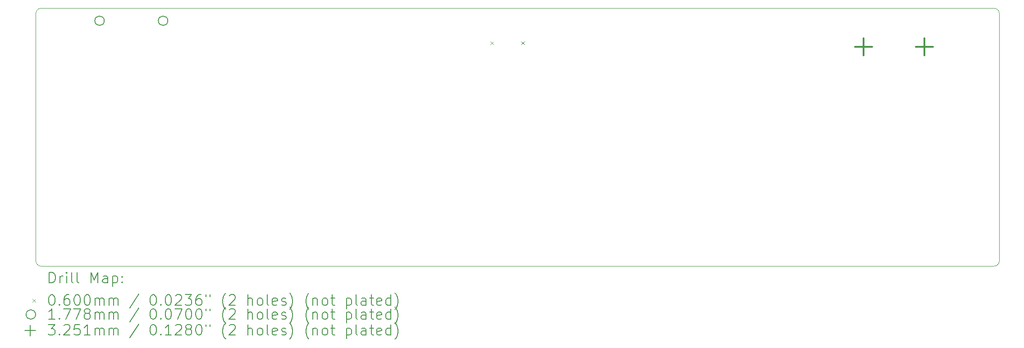
<source format=gbr>
%TF.GenerationSoftware,KiCad,Pcbnew,6.0.7-1.fc36*%
%TF.CreationDate,2023-03-25T15:58:43+11:00*%
%TF.ProjectId,MOOD-Motherboard-r0.1.1,4d4f4f44-2d4d-46f7-9468-6572626f6172,rev?*%
%TF.SameCoordinates,Original*%
%TF.FileFunction,Drillmap*%
%TF.FilePolarity,Positive*%
%FSLAX45Y45*%
G04 Gerber Fmt 4.5, Leading zero omitted, Abs format (unit mm)*
G04 Created by KiCad (PCBNEW 6.0.7-1.fc36) date 2023-03-25 15:58:43*
%MOMM*%
%LPD*%
G01*
G04 APERTURE LIST*
%ADD10C,0.100000*%
%ADD11C,0.200000*%
%ADD12C,0.060000*%
%ADD13C,0.177800*%
%ADD14C,0.325120*%
G04 APERTURE END LIST*
D10*
X8200000Y-2600000D02*
G75*
G03*
X8100000Y-2700000I0J-100000D01*
G01*
X8100000Y-7350000D02*
G75*
G03*
X8200000Y-7450000I100000J0D01*
G01*
X26100000Y-2600000D02*
X8200000Y-2600000D01*
X8200000Y-7450000D02*
X26100000Y-7450000D01*
X26200000Y-2700000D02*
G75*
G03*
X26100000Y-2600000I-100000J0D01*
G01*
X26200000Y-7350000D02*
X26200000Y-2700000D01*
X26100000Y-7450000D02*
G75*
G03*
X26200000Y-7350000I0J100000D01*
G01*
X8100000Y-2700000D02*
X8100000Y-7350000D01*
D11*
D12*
X16640500Y-3223440D02*
X16700500Y-3283440D01*
X16700500Y-3223440D02*
X16640500Y-3283440D01*
X17218500Y-3223440D02*
X17278500Y-3283440D01*
X17278500Y-3223440D02*
X17218500Y-3283440D01*
D13*
X9385700Y-2834800D02*
G75*
G03*
X9385700Y-2834800I-88900J0D01*
G01*
X10579500Y-2834800D02*
G75*
G03*
X10579500Y-2834800I-88900J0D01*
G01*
D14*
X23650000Y-3162440D02*
X23650000Y-3487560D01*
X23487440Y-3325000D02*
X23812560Y-3325000D01*
X24793000Y-3162440D02*
X24793000Y-3487560D01*
X24630440Y-3325000D02*
X24955560Y-3325000D01*
D11*
X8352619Y-7765476D02*
X8352619Y-7565476D01*
X8400238Y-7565476D01*
X8428810Y-7575000D01*
X8447857Y-7594048D01*
X8457381Y-7613095D01*
X8466905Y-7651190D01*
X8466905Y-7679762D01*
X8457381Y-7717857D01*
X8447857Y-7736905D01*
X8428810Y-7755952D01*
X8400238Y-7765476D01*
X8352619Y-7765476D01*
X8552619Y-7765476D02*
X8552619Y-7632143D01*
X8552619Y-7670238D02*
X8562143Y-7651190D01*
X8571667Y-7641667D01*
X8590714Y-7632143D01*
X8609762Y-7632143D01*
X8676429Y-7765476D02*
X8676429Y-7632143D01*
X8676429Y-7565476D02*
X8666905Y-7575000D01*
X8676429Y-7584524D01*
X8685952Y-7575000D01*
X8676429Y-7565476D01*
X8676429Y-7584524D01*
X8800238Y-7765476D02*
X8781190Y-7755952D01*
X8771667Y-7736905D01*
X8771667Y-7565476D01*
X8905000Y-7765476D02*
X8885952Y-7755952D01*
X8876429Y-7736905D01*
X8876429Y-7565476D01*
X9133571Y-7765476D02*
X9133571Y-7565476D01*
X9200238Y-7708333D01*
X9266905Y-7565476D01*
X9266905Y-7765476D01*
X9447857Y-7765476D02*
X9447857Y-7660714D01*
X9438333Y-7641667D01*
X9419286Y-7632143D01*
X9381190Y-7632143D01*
X9362143Y-7641667D01*
X9447857Y-7755952D02*
X9428810Y-7765476D01*
X9381190Y-7765476D01*
X9362143Y-7755952D01*
X9352619Y-7736905D01*
X9352619Y-7717857D01*
X9362143Y-7698809D01*
X9381190Y-7689286D01*
X9428810Y-7689286D01*
X9447857Y-7679762D01*
X9543095Y-7632143D02*
X9543095Y-7832143D01*
X9543095Y-7641667D02*
X9562143Y-7632143D01*
X9600238Y-7632143D01*
X9619286Y-7641667D01*
X9628810Y-7651190D01*
X9638333Y-7670238D01*
X9638333Y-7727381D01*
X9628810Y-7746428D01*
X9619286Y-7755952D01*
X9600238Y-7765476D01*
X9562143Y-7765476D01*
X9543095Y-7755952D01*
X9724048Y-7746428D02*
X9733571Y-7755952D01*
X9724048Y-7765476D01*
X9714524Y-7755952D01*
X9724048Y-7746428D01*
X9724048Y-7765476D01*
X9724048Y-7641667D02*
X9733571Y-7651190D01*
X9724048Y-7660714D01*
X9714524Y-7651190D01*
X9724048Y-7641667D01*
X9724048Y-7660714D01*
D12*
X8035000Y-8065000D02*
X8095000Y-8125000D01*
X8095000Y-8065000D02*
X8035000Y-8125000D01*
D11*
X8390714Y-7985476D02*
X8409762Y-7985476D01*
X8428810Y-7995000D01*
X8438333Y-8004524D01*
X8447857Y-8023571D01*
X8457381Y-8061667D01*
X8457381Y-8109286D01*
X8447857Y-8147381D01*
X8438333Y-8166428D01*
X8428810Y-8175952D01*
X8409762Y-8185476D01*
X8390714Y-8185476D01*
X8371667Y-8175952D01*
X8362143Y-8166428D01*
X8352619Y-8147381D01*
X8343095Y-8109286D01*
X8343095Y-8061667D01*
X8352619Y-8023571D01*
X8362143Y-8004524D01*
X8371667Y-7995000D01*
X8390714Y-7985476D01*
X8543095Y-8166428D02*
X8552619Y-8175952D01*
X8543095Y-8185476D01*
X8533571Y-8175952D01*
X8543095Y-8166428D01*
X8543095Y-8185476D01*
X8724048Y-7985476D02*
X8685952Y-7985476D01*
X8666905Y-7995000D01*
X8657381Y-8004524D01*
X8638333Y-8033095D01*
X8628810Y-8071190D01*
X8628810Y-8147381D01*
X8638333Y-8166428D01*
X8647857Y-8175952D01*
X8666905Y-8185476D01*
X8705000Y-8185476D01*
X8724048Y-8175952D01*
X8733571Y-8166428D01*
X8743095Y-8147381D01*
X8743095Y-8099762D01*
X8733571Y-8080714D01*
X8724048Y-8071190D01*
X8705000Y-8061667D01*
X8666905Y-8061667D01*
X8647857Y-8071190D01*
X8638333Y-8080714D01*
X8628810Y-8099762D01*
X8866905Y-7985476D02*
X8885952Y-7985476D01*
X8905000Y-7995000D01*
X8914524Y-8004524D01*
X8924048Y-8023571D01*
X8933571Y-8061667D01*
X8933571Y-8109286D01*
X8924048Y-8147381D01*
X8914524Y-8166428D01*
X8905000Y-8175952D01*
X8885952Y-8185476D01*
X8866905Y-8185476D01*
X8847857Y-8175952D01*
X8838333Y-8166428D01*
X8828810Y-8147381D01*
X8819286Y-8109286D01*
X8819286Y-8061667D01*
X8828810Y-8023571D01*
X8838333Y-8004524D01*
X8847857Y-7995000D01*
X8866905Y-7985476D01*
X9057381Y-7985476D02*
X9076429Y-7985476D01*
X9095476Y-7995000D01*
X9105000Y-8004524D01*
X9114524Y-8023571D01*
X9124048Y-8061667D01*
X9124048Y-8109286D01*
X9114524Y-8147381D01*
X9105000Y-8166428D01*
X9095476Y-8175952D01*
X9076429Y-8185476D01*
X9057381Y-8185476D01*
X9038333Y-8175952D01*
X9028810Y-8166428D01*
X9019286Y-8147381D01*
X9009762Y-8109286D01*
X9009762Y-8061667D01*
X9019286Y-8023571D01*
X9028810Y-8004524D01*
X9038333Y-7995000D01*
X9057381Y-7985476D01*
X9209762Y-8185476D02*
X9209762Y-8052143D01*
X9209762Y-8071190D02*
X9219286Y-8061667D01*
X9238333Y-8052143D01*
X9266905Y-8052143D01*
X9285952Y-8061667D01*
X9295476Y-8080714D01*
X9295476Y-8185476D01*
X9295476Y-8080714D02*
X9305000Y-8061667D01*
X9324048Y-8052143D01*
X9352619Y-8052143D01*
X9371667Y-8061667D01*
X9381190Y-8080714D01*
X9381190Y-8185476D01*
X9476429Y-8185476D02*
X9476429Y-8052143D01*
X9476429Y-8071190D02*
X9485952Y-8061667D01*
X9505000Y-8052143D01*
X9533571Y-8052143D01*
X9552619Y-8061667D01*
X9562143Y-8080714D01*
X9562143Y-8185476D01*
X9562143Y-8080714D02*
X9571667Y-8061667D01*
X9590714Y-8052143D01*
X9619286Y-8052143D01*
X9638333Y-8061667D01*
X9647857Y-8080714D01*
X9647857Y-8185476D01*
X10038333Y-7975952D02*
X9866905Y-8233095D01*
X10295476Y-7985476D02*
X10314524Y-7985476D01*
X10333571Y-7995000D01*
X10343095Y-8004524D01*
X10352619Y-8023571D01*
X10362143Y-8061667D01*
X10362143Y-8109286D01*
X10352619Y-8147381D01*
X10343095Y-8166428D01*
X10333571Y-8175952D01*
X10314524Y-8185476D01*
X10295476Y-8185476D01*
X10276429Y-8175952D01*
X10266905Y-8166428D01*
X10257381Y-8147381D01*
X10247857Y-8109286D01*
X10247857Y-8061667D01*
X10257381Y-8023571D01*
X10266905Y-8004524D01*
X10276429Y-7995000D01*
X10295476Y-7985476D01*
X10447857Y-8166428D02*
X10457381Y-8175952D01*
X10447857Y-8185476D01*
X10438333Y-8175952D01*
X10447857Y-8166428D01*
X10447857Y-8185476D01*
X10581190Y-7985476D02*
X10600238Y-7985476D01*
X10619286Y-7995000D01*
X10628810Y-8004524D01*
X10638333Y-8023571D01*
X10647857Y-8061667D01*
X10647857Y-8109286D01*
X10638333Y-8147381D01*
X10628810Y-8166428D01*
X10619286Y-8175952D01*
X10600238Y-8185476D01*
X10581190Y-8185476D01*
X10562143Y-8175952D01*
X10552619Y-8166428D01*
X10543095Y-8147381D01*
X10533571Y-8109286D01*
X10533571Y-8061667D01*
X10543095Y-8023571D01*
X10552619Y-8004524D01*
X10562143Y-7995000D01*
X10581190Y-7985476D01*
X10724048Y-8004524D02*
X10733571Y-7995000D01*
X10752619Y-7985476D01*
X10800238Y-7985476D01*
X10819286Y-7995000D01*
X10828810Y-8004524D01*
X10838333Y-8023571D01*
X10838333Y-8042619D01*
X10828810Y-8071190D01*
X10714524Y-8185476D01*
X10838333Y-8185476D01*
X10905000Y-7985476D02*
X11028810Y-7985476D01*
X10962143Y-8061667D01*
X10990714Y-8061667D01*
X11009762Y-8071190D01*
X11019286Y-8080714D01*
X11028810Y-8099762D01*
X11028810Y-8147381D01*
X11019286Y-8166428D01*
X11009762Y-8175952D01*
X10990714Y-8185476D01*
X10933571Y-8185476D01*
X10914524Y-8175952D01*
X10905000Y-8166428D01*
X11200238Y-7985476D02*
X11162143Y-7985476D01*
X11143095Y-7995000D01*
X11133571Y-8004524D01*
X11114524Y-8033095D01*
X11105000Y-8071190D01*
X11105000Y-8147381D01*
X11114524Y-8166428D01*
X11124048Y-8175952D01*
X11143095Y-8185476D01*
X11181190Y-8185476D01*
X11200238Y-8175952D01*
X11209762Y-8166428D01*
X11219286Y-8147381D01*
X11219286Y-8099762D01*
X11209762Y-8080714D01*
X11200238Y-8071190D01*
X11181190Y-8061667D01*
X11143095Y-8061667D01*
X11124048Y-8071190D01*
X11114524Y-8080714D01*
X11105000Y-8099762D01*
X11295476Y-7985476D02*
X11295476Y-8023571D01*
X11371667Y-7985476D02*
X11371667Y-8023571D01*
X11666905Y-8261667D02*
X11657381Y-8252143D01*
X11638333Y-8223571D01*
X11628809Y-8204524D01*
X11619286Y-8175952D01*
X11609762Y-8128333D01*
X11609762Y-8090238D01*
X11619286Y-8042619D01*
X11628809Y-8014048D01*
X11638333Y-7995000D01*
X11657381Y-7966428D01*
X11666905Y-7956905D01*
X11733571Y-8004524D02*
X11743095Y-7995000D01*
X11762143Y-7985476D01*
X11809762Y-7985476D01*
X11828809Y-7995000D01*
X11838333Y-8004524D01*
X11847857Y-8023571D01*
X11847857Y-8042619D01*
X11838333Y-8071190D01*
X11724048Y-8185476D01*
X11847857Y-8185476D01*
X12085952Y-8185476D02*
X12085952Y-7985476D01*
X12171667Y-8185476D02*
X12171667Y-8080714D01*
X12162143Y-8061667D01*
X12143095Y-8052143D01*
X12114524Y-8052143D01*
X12095476Y-8061667D01*
X12085952Y-8071190D01*
X12295476Y-8185476D02*
X12276428Y-8175952D01*
X12266905Y-8166428D01*
X12257381Y-8147381D01*
X12257381Y-8090238D01*
X12266905Y-8071190D01*
X12276428Y-8061667D01*
X12295476Y-8052143D01*
X12324048Y-8052143D01*
X12343095Y-8061667D01*
X12352619Y-8071190D01*
X12362143Y-8090238D01*
X12362143Y-8147381D01*
X12352619Y-8166428D01*
X12343095Y-8175952D01*
X12324048Y-8185476D01*
X12295476Y-8185476D01*
X12476428Y-8185476D02*
X12457381Y-8175952D01*
X12447857Y-8156905D01*
X12447857Y-7985476D01*
X12628809Y-8175952D02*
X12609762Y-8185476D01*
X12571667Y-8185476D01*
X12552619Y-8175952D01*
X12543095Y-8156905D01*
X12543095Y-8080714D01*
X12552619Y-8061667D01*
X12571667Y-8052143D01*
X12609762Y-8052143D01*
X12628809Y-8061667D01*
X12638333Y-8080714D01*
X12638333Y-8099762D01*
X12543095Y-8118809D01*
X12714524Y-8175952D02*
X12733571Y-8185476D01*
X12771667Y-8185476D01*
X12790714Y-8175952D01*
X12800238Y-8156905D01*
X12800238Y-8147381D01*
X12790714Y-8128333D01*
X12771667Y-8118809D01*
X12743095Y-8118809D01*
X12724048Y-8109286D01*
X12714524Y-8090238D01*
X12714524Y-8080714D01*
X12724048Y-8061667D01*
X12743095Y-8052143D01*
X12771667Y-8052143D01*
X12790714Y-8061667D01*
X12866905Y-8261667D02*
X12876428Y-8252143D01*
X12895476Y-8223571D01*
X12905000Y-8204524D01*
X12914524Y-8175952D01*
X12924048Y-8128333D01*
X12924048Y-8090238D01*
X12914524Y-8042619D01*
X12905000Y-8014048D01*
X12895476Y-7995000D01*
X12876428Y-7966428D01*
X12866905Y-7956905D01*
X13228809Y-8261667D02*
X13219286Y-8252143D01*
X13200238Y-8223571D01*
X13190714Y-8204524D01*
X13181190Y-8175952D01*
X13171667Y-8128333D01*
X13171667Y-8090238D01*
X13181190Y-8042619D01*
X13190714Y-8014048D01*
X13200238Y-7995000D01*
X13219286Y-7966428D01*
X13228809Y-7956905D01*
X13305000Y-8052143D02*
X13305000Y-8185476D01*
X13305000Y-8071190D02*
X13314524Y-8061667D01*
X13333571Y-8052143D01*
X13362143Y-8052143D01*
X13381190Y-8061667D01*
X13390714Y-8080714D01*
X13390714Y-8185476D01*
X13514524Y-8185476D02*
X13495476Y-8175952D01*
X13485952Y-8166428D01*
X13476428Y-8147381D01*
X13476428Y-8090238D01*
X13485952Y-8071190D01*
X13495476Y-8061667D01*
X13514524Y-8052143D01*
X13543095Y-8052143D01*
X13562143Y-8061667D01*
X13571667Y-8071190D01*
X13581190Y-8090238D01*
X13581190Y-8147381D01*
X13571667Y-8166428D01*
X13562143Y-8175952D01*
X13543095Y-8185476D01*
X13514524Y-8185476D01*
X13638333Y-8052143D02*
X13714524Y-8052143D01*
X13666905Y-7985476D02*
X13666905Y-8156905D01*
X13676428Y-8175952D01*
X13695476Y-8185476D01*
X13714524Y-8185476D01*
X13933571Y-8052143D02*
X13933571Y-8252143D01*
X13933571Y-8061667D02*
X13952619Y-8052143D01*
X13990714Y-8052143D01*
X14009762Y-8061667D01*
X14019286Y-8071190D01*
X14028809Y-8090238D01*
X14028809Y-8147381D01*
X14019286Y-8166428D01*
X14009762Y-8175952D01*
X13990714Y-8185476D01*
X13952619Y-8185476D01*
X13933571Y-8175952D01*
X14143095Y-8185476D02*
X14124048Y-8175952D01*
X14114524Y-8156905D01*
X14114524Y-7985476D01*
X14305000Y-8185476D02*
X14305000Y-8080714D01*
X14295476Y-8061667D01*
X14276428Y-8052143D01*
X14238333Y-8052143D01*
X14219286Y-8061667D01*
X14305000Y-8175952D02*
X14285952Y-8185476D01*
X14238333Y-8185476D01*
X14219286Y-8175952D01*
X14209762Y-8156905D01*
X14209762Y-8137857D01*
X14219286Y-8118809D01*
X14238333Y-8109286D01*
X14285952Y-8109286D01*
X14305000Y-8099762D01*
X14371667Y-8052143D02*
X14447857Y-8052143D01*
X14400238Y-7985476D02*
X14400238Y-8156905D01*
X14409762Y-8175952D01*
X14428809Y-8185476D01*
X14447857Y-8185476D01*
X14590714Y-8175952D02*
X14571667Y-8185476D01*
X14533571Y-8185476D01*
X14514524Y-8175952D01*
X14505000Y-8156905D01*
X14505000Y-8080714D01*
X14514524Y-8061667D01*
X14533571Y-8052143D01*
X14571667Y-8052143D01*
X14590714Y-8061667D01*
X14600238Y-8080714D01*
X14600238Y-8099762D01*
X14505000Y-8118809D01*
X14771667Y-8185476D02*
X14771667Y-7985476D01*
X14771667Y-8175952D02*
X14752619Y-8185476D01*
X14714524Y-8185476D01*
X14695476Y-8175952D01*
X14685952Y-8166428D01*
X14676428Y-8147381D01*
X14676428Y-8090238D01*
X14685952Y-8071190D01*
X14695476Y-8061667D01*
X14714524Y-8052143D01*
X14752619Y-8052143D01*
X14771667Y-8061667D01*
X14847857Y-8261667D02*
X14857381Y-8252143D01*
X14876428Y-8223571D01*
X14885952Y-8204524D01*
X14895476Y-8175952D01*
X14905000Y-8128333D01*
X14905000Y-8090238D01*
X14895476Y-8042619D01*
X14885952Y-8014048D01*
X14876428Y-7995000D01*
X14857381Y-7966428D01*
X14847857Y-7956905D01*
D13*
X8095000Y-8359000D02*
G75*
G03*
X8095000Y-8359000I-88900J0D01*
G01*
D11*
X8457381Y-8449476D02*
X8343095Y-8449476D01*
X8400238Y-8449476D02*
X8400238Y-8249476D01*
X8381190Y-8278048D01*
X8362143Y-8297095D01*
X8343095Y-8306619D01*
X8543095Y-8430429D02*
X8552619Y-8439952D01*
X8543095Y-8449476D01*
X8533571Y-8439952D01*
X8543095Y-8430429D01*
X8543095Y-8449476D01*
X8619286Y-8249476D02*
X8752619Y-8249476D01*
X8666905Y-8449476D01*
X8809762Y-8249476D02*
X8943095Y-8249476D01*
X8857381Y-8449476D01*
X9047857Y-8335190D02*
X9028810Y-8325667D01*
X9019286Y-8316143D01*
X9009762Y-8297095D01*
X9009762Y-8287571D01*
X9019286Y-8268524D01*
X9028810Y-8259000D01*
X9047857Y-8249476D01*
X9085952Y-8249476D01*
X9105000Y-8259000D01*
X9114524Y-8268524D01*
X9124048Y-8287571D01*
X9124048Y-8297095D01*
X9114524Y-8316143D01*
X9105000Y-8325667D01*
X9085952Y-8335190D01*
X9047857Y-8335190D01*
X9028810Y-8344714D01*
X9019286Y-8354238D01*
X9009762Y-8373286D01*
X9009762Y-8411381D01*
X9019286Y-8430429D01*
X9028810Y-8439952D01*
X9047857Y-8449476D01*
X9085952Y-8449476D01*
X9105000Y-8439952D01*
X9114524Y-8430429D01*
X9124048Y-8411381D01*
X9124048Y-8373286D01*
X9114524Y-8354238D01*
X9105000Y-8344714D01*
X9085952Y-8335190D01*
X9209762Y-8449476D02*
X9209762Y-8316143D01*
X9209762Y-8335190D02*
X9219286Y-8325667D01*
X9238333Y-8316143D01*
X9266905Y-8316143D01*
X9285952Y-8325667D01*
X9295476Y-8344714D01*
X9295476Y-8449476D01*
X9295476Y-8344714D02*
X9305000Y-8325667D01*
X9324048Y-8316143D01*
X9352619Y-8316143D01*
X9371667Y-8325667D01*
X9381190Y-8344714D01*
X9381190Y-8449476D01*
X9476429Y-8449476D02*
X9476429Y-8316143D01*
X9476429Y-8335190D02*
X9485952Y-8325667D01*
X9505000Y-8316143D01*
X9533571Y-8316143D01*
X9552619Y-8325667D01*
X9562143Y-8344714D01*
X9562143Y-8449476D01*
X9562143Y-8344714D02*
X9571667Y-8325667D01*
X9590714Y-8316143D01*
X9619286Y-8316143D01*
X9638333Y-8325667D01*
X9647857Y-8344714D01*
X9647857Y-8449476D01*
X10038333Y-8239952D02*
X9866905Y-8497095D01*
X10295476Y-8249476D02*
X10314524Y-8249476D01*
X10333571Y-8259000D01*
X10343095Y-8268524D01*
X10352619Y-8287571D01*
X10362143Y-8325667D01*
X10362143Y-8373286D01*
X10352619Y-8411381D01*
X10343095Y-8430429D01*
X10333571Y-8439952D01*
X10314524Y-8449476D01*
X10295476Y-8449476D01*
X10276429Y-8439952D01*
X10266905Y-8430429D01*
X10257381Y-8411381D01*
X10247857Y-8373286D01*
X10247857Y-8325667D01*
X10257381Y-8287571D01*
X10266905Y-8268524D01*
X10276429Y-8259000D01*
X10295476Y-8249476D01*
X10447857Y-8430429D02*
X10457381Y-8439952D01*
X10447857Y-8449476D01*
X10438333Y-8439952D01*
X10447857Y-8430429D01*
X10447857Y-8449476D01*
X10581190Y-8249476D02*
X10600238Y-8249476D01*
X10619286Y-8259000D01*
X10628810Y-8268524D01*
X10638333Y-8287571D01*
X10647857Y-8325667D01*
X10647857Y-8373286D01*
X10638333Y-8411381D01*
X10628810Y-8430429D01*
X10619286Y-8439952D01*
X10600238Y-8449476D01*
X10581190Y-8449476D01*
X10562143Y-8439952D01*
X10552619Y-8430429D01*
X10543095Y-8411381D01*
X10533571Y-8373286D01*
X10533571Y-8325667D01*
X10543095Y-8287571D01*
X10552619Y-8268524D01*
X10562143Y-8259000D01*
X10581190Y-8249476D01*
X10714524Y-8249476D02*
X10847857Y-8249476D01*
X10762143Y-8449476D01*
X10962143Y-8249476D02*
X10981190Y-8249476D01*
X11000238Y-8259000D01*
X11009762Y-8268524D01*
X11019286Y-8287571D01*
X11028810Y-8325667D01*
X11028810Y-8373286D01*
X11019286Y-8411381D01*
X11009762Y-8430429D01*
X11000238Y-8439952D01*
X10981190Y-8449476D01*
X10962143Y-8449476D01*
X10943095Y-8439952D01*
X10933571Y-8430429D01*
X10924048Y-8411381D01*
X10914524Y-8373286D01*
X10914524Y-8325667D01*
X10924048Y-8287571D01*
X10933571Y-8268524D01*
X10943095Y-8259000D01*
X10962143Y-8249476D01*
X11152619Y-8249476D02*
X11171667Y-8249476D01*
X11190714Y-8259000D01*
X11200238Y-8268524D01*
X11209762Y-8287571D01*
X11219286Y-8325667D01*
X11219286Y-8373286D01*
X11209762Y-8411381D01*
X11200238Y-8430429D01*
X11190714Y-8439952D01*
X11171667Y-8449476D01*
X11152619Y-8449476D01*
X11133571Y-8439952D01*
X11124048Y-8430429D01*
X11114524Y-8411381D01*
X11105000Y-8373286D01*
X11105000Y-8325667D01*
X11114524Y-8287571D01*
X11124048Y-8268524D01*
X11133571Y-8259000D01*
X11152619Y-8249476D01*
X11295476Y-8249476D02*
X11295476Y-8287571D01*
X11371667Y-8249476D02*
X11371667Y-8287571D01*
X11666905Y-8525667D02*
X11657381Y-8516143D01*
X11638333Y-8487571D01*
X11628809Y-8468524D01*
X11619286Y-8439952D01*
X11609762Y-8392333D01*
X11609762Y-8354238D01*
X11619286Y-8306619D01*
X11628809Y-8278048D01*
X11638333Y-8259000D01*
X11657381Y-8230428D01*
X11666905Y-8220905D01*
X11733571Y-8268524D02*
X11743095Y-8259000D01*
X11762143Y-8249476D01*
X11809762Y-8249476D01*
X11828809Y-8259000D01*
X11838333Y-8268524D01*
X11847857Y-8287571D01*
X11847857Y-8306619D01*
X11838333Y-8335190D01*
X11724048Y-8449476D01*
X11847857Y-8449476D01*
X12085952Y-8449476D02*
X12085952Y-8249476D01*
X12171667Y-8449476D02*
X12171667Y-8344714D01*
X12162143Y-8325667D01*
X12143095Y-8316143D01*
X12114524Y-8316143D01*
X12095476Y-8325667D01*
X12085952Y-8335190D01*
X12295476Y-8449476D02*
X12276428Y-8439952D01*
X12266905Y-8430429D01*
X12257381Y-8411381D01*
X12257381Y-8354238D01*
X12266905Y-8335190D01*
X12276428Y-8325667D01*
X12295476Y-8316143D01*
X12324048Y-8316143D01*
X12343095Y-8325667D01*
X12352619Y-8335190D01*
X12362143Y-8354238D01*
X12362143Y-8411381D01*
X12352619Y-8430429D01*
X12343095Y-8439952D01*
X12324048Y-8449476D01*
X12295476Y-8449476D01*
X12476428Y-8449476D02*
X12457381Y-8439952D01*
X12447857Y-8420905D01*
X12447857Y-8249476D01*
X12628809Y-8439952D02*
X12609762Y-8449476D01*
X12571667Y-8449476D01*
X12552619Y-8439952D01*
X12543095Y-8420905D01*
X12543095Y-8344714D01*
X12552619Y-8325667D01*
X12571667Y-8316143D01*
X12609762Y-8316143D01*
X12628809Y-8325667D01*
X12638333Y-8344714D01*
X12638333Y-8363762D01*
X12543095Y-8382809D01*
X12714524Y-8439952D02*
X12733571Y-8449476D01*
X12771667Y-8449476D01*
X12790714Y-8439952D01*
X12800238Y-8420905D01*
X12800238Y-8411381D01*
X12790714Y-8392333D01*
X12771667Y-8382809D01*
X12743095Y-8382809D01*
X12724048Y-8373286D01*
X12714524Y-8354238D01*
X12714524Y-8344714D01*
X12724048Y-8325667D01*
X12743095Y-8316143D01*
X12771667Y-8316143D01*
X12790714Y-8325667D01*
X12866905Y-8525667D02*
X12876428Y-8516143D01*
X12895476Y-8487571D01*
X12905000Y-8468524D01*
X12914524Y-8439952D01*
X12924048Y-8392333D01*
X12924048Y-8354238D01*
X12914524Y-8306619D01*
X12905000Y-8278048D01*
X12895476Y-8259000D01*
X12876428Y-8230428D01*
X12866905Y-8220905D01*
X13228809Y-8525667D02*
X13219286Y-8516143D01*
X13200238Y-8487571D01*
X13190714Y-8468524D01*
X13181190Y-8439952D01*
X13171667Y-8392333D01*
X13171667Y-8354238D01*
X13181190Y-8306619D01*
X13190714Y-8278048D01*
X13200238Y-8259000D01*
X13219286Y-8230428D01*
X13228809Y-8220905D01*
X13305000Y-8316143D02*
X13305000Y-8449476D01*
X13305000Y-8335190D02*
X13314524Y-8325667D01*
X13333571Y-8316143D01*
X13362143Y-8316143D01*
X13381190Y-8325667D01*
X13390714Y-8344714D01*
X13390714Y-8449476D01*
X13514524Y-8449476D02*
X13495476Y-8439952D01*
X13485952Y-8430429D01*
X13476428Y-8411381D01*
X13476428Y-8354238D01*
X13485952Y-8335190D01*
X13495476Y-8325667D01*
X13514524Y-8316143D01*
X13543095Y-8316143D01*
X13562143Y-8325667D01*
X13571667Y-8335190D01*
X13581190Y-8354238D01*
X13581190Y-8411381D01*
X13571667Y-8430429D01*
X13562143Y-8439952D01*
X13543095Y-8449476D01*
X13514524Y-8449476D01*
X13638333Y-8316143D02*
X13714524Y-8316143D01*
X13666905Y-8249476D02*
X13666905Y-8420905D01*
X13676428Y-8439952D01*
X13695476Y-8449476D01*
X13714524Y-8449476D01*
X13933571Y-8316143D02*
X13933571Y-8516143D01*
X13933571Y-8325667D02*
X13952619Y-8316143D01*
X13990714Y-8316143D01*
X14009762Y-8325667D01*
X14019286Y-8335190D01*
X14028809Y-8354238D01*
X14028809Y-8411381D01*
X14019286Y-8430429D01*
X14009762Y-8439952D01*
X13990714Y-8449476D01*
X13952619Y-8449476D01*
X13933571Y-8439952D01*
X14143095Y-8449476D02*
X14124048Y-8439952D01*
X14114524Y-8420905D01*
X14114524Y-8249476D01*
X14305000Y-8449476D02*
X14305000Y-8344714D01*
X14295476Y-8325667D01*
X14276428Y-8316143D01*
X14238333Y-8316143D01*
X14219286Y-8325667D01*
X14305000Y-8439952D02*
X14285952Y-8449476D01*
X14238333Y-8449476D01*
X14219286Y-8439952D01*
X14209762Y-8420905D01*
X14209762Y-8401857D01*
X14219286Y-8382809D01*
X14238333Y-8373286D01*
X14285952Y-8373286D01*
X14305000Y-8363762D01*
X14371667Y-8316143D02*
X14447857Y-8316143D01*
X14400238Y-8249476D02*
X14400238Y-8420905D01*
X14409762Y-8439952D01*
X14428809Y-8449476D01*
X14447857Y-8449476D01*
X14590714Y-8439952D02*
X14571667Y-8449476D01*
X14533571Y-8449476D01*
X14514524Y-8439952D01*
X14505000Y-8420905D01*
X14505000Y-8344714D01*
X14514524Y-8325667D01*
X14533571Y-8316143D01*
X14571667Y-8316143D01*
X14590714Y-8325667D01*
X14600238Y-8344714D01*
X14600238Y-8363762D01*
X14505000Y-8382809D01*
X14771667Y-8449476D02*
X14771667Y-8249476D01*
X14771667Y-8439952D02*
X14752619Y-8449476D01*
X14714524Y-8449476D01*
X14695476Y-8439952D01*
X14685952Y-8430429D01*
X14676428Y-8411381D01*
X14676428Y-8354238D01*
X14685952Y-8335190D01*
X14695476Y-8325667D01*
X14714524Y-8316143D01*
X14752619Y-8316143D01*
X14771667Y-8325667D01*
X14847857Y-8525667D02*
X14857381Y-8516143D01*
X14876428Y-8487571D01*
X14885952Y-8468524D01*
X14895476Y-8439952D01*
X14905000Y-8392333D01*
X14905000Y-8354238D01*
X14895476Y-8306619D01*
X14885952Y-8278048D01*
X14876428Y-8259000D01*
X14857381Y-8230428D01*
X14847857Y-8220905D01*
X7995000Y-8556800D02*
X7995000Y-8756800D01*
X7895000Y-8656800D02*
X8095000Y-8656800D01*
X8333571Y-8547276D02*
X8457381Y-8547276D01*
X8390714Y-8623467D01*
X8419286Y-8623467D01*
X8438333Y-8632990D01*
X8447857Y-8642514D01*
X8457381Y-8661562D01*
X8457381Y-8709181D01*
X8447857Y-8728229D01*
X8438333Y-8737752D01*
X8419286Y-8747276D01*
X8362143Y-8747276D01*
X8343095Y-8737752D01*
X8333571Y-8728229D01*
X8543095Y-8728229D02*
X8552619Y-8737752D01*
X8543095Y-8747276D01*
X8533571Y-8737752D01*
X8543095Y-8728229D01*
X8543095Y-8747276D01*
X8628810Y-8566324D02*
X8638333Y-8556800D01*
X8657381Y-8547276D01*
X8705000Y-8547276D01*
X8724048Y-8556800D01*
X8733571Y-8566324D01*
X8743095Y-8585371D01*
X8743095Y-8604419D01*
X8733571Y-8632990D01*
X8619286Y-8747276D01*
X8743095Y-8747276D01*
X8924048Y-8547276D02*
X8828810Y-8547276D01*
X8819286Y-8642514D01*
X8828810Y-8632990D01*
X8847857Y-8623467D01*
X8895476Y-8623467D01*
X8914524Y-8632990D01*
X8924048Y-8642514D01*
X8933571Y-8661562D01*
X8933571Y-8709181D01*
X8924048Y-8728229D01*
X8914524Y-8737752D01*
X8895476Y-8747276D01*
X8847857Y-8747276D01*
X8828810Y-8737752D01*
X8819286Y-8728229D01*
X9124048Y-8747276D02*
X9009762Y-8747276D01*
X9066905Y-8747276D02*
X9066905Y-8547276D01*
X9047857Y-8575848D01*
X9028810Y-8594895D01*
X9009762Y-8604419D01*
X9209762Y-8747276D02*
X9209762Y-8613943D01*
X9209762Y-8632990D02*
X9219286Y-8623467D01*
X9238333Y-8613943D01*
X9266905Y-8613943D01*
X9285952Y-8623467D01*
X9295476Y-8642514D01*
X9295476Y-8747276D01*
X9295476Y-8642514D02*
X9305000Y-8623467D01*
X9324048Y-8613943D01*
X9352619Y-8613943D01*
X9371667Y-8623467D01*
X9381190Y-8642514D01*
X9381190Y-8747276D01*
X9476429Y-8747276D02*
X9476429Y-8613943D01*
X9476429Y-8632990D02*
X9485952Y-8623467D01*
X9505000Y-8613943D01*
X9533571Y-8613943D01*
X9552619Y-8623467D01*
X9562143Y-8642514D01*
X9562143Y-8747276D01*
X9562143Y-8642514D02*
X9571667Y-8623467D01*
X9590714Y-8613943D01*
X9619286Y-8613943D01*
X9638333Y-8623467D01*
X9647857Y-8642514D01*
X9647857Y-8747276D01*
X10038333Y-8537752D02*
X9866905Y-8794895D01*
X10295476Y-8547276D02*
X10314524Y-8547276D01*
X10333571Y-8556800D01*
X10343095Y-8566324D01*
X10352619Y-8585371D01*
X10362143Y-8623467D01*
X10362143Y-8671086D01*
X10352619Y-8709181D01*
X10343095Y-8728229D01*
X10333571Y-8737752D01*
X10314524Y-8747276D01*
X10295476Y-8747276D01*
X10276429Y-8737752D01*
X10266905Y-8728229D01*
X10257381Y-8709181D01*
X10247857Y-8671086D01*
X10247857Y-8623467D01*
X10257381Y-8585371D01*
X10266905Y-8566324D01*
X10276429Y-8556800D01*
X10295476Y-8547276D01*
X10447857Y-8728229D02*
X10457381Y-8737752D01*
X10447857Y-8747276D01*
X10438333Y-8737752D01*
X10447857Y-8728229D01*
X10447857Y-8747276D01*
X10647857Y-8747276D02*
X10533571Y-8747276D01*
X10590714Y-8747276D02*
X10590714Y-8547276D01*
X10571667Y-8575848D01*
X10552619Y-8594895D01*
X10533571Y-8604419D01*
X10724048Y-8566324D02*
X10733571Y-8556800D01*
X10752619Y-8547276D01*
X10800238Y-8547276D01*
X10819286Y-8556800D01*
X10828810Y-8566324D01*
X10838333Y-8585371D01*
X10838333Y-8604419D01*
X10828810Y-8632990D01*
X10714524Y-8747276D01*
X10838333Y-8747276D01*
X10952619Y-8632990D02*
X10933571Y-8623467D01*
X10924048Y-8613943D01*
X10914524Y-8594895D01*
X10914524Y-8585371D01*
X10924048Y-8566324D01*
X10933571Y-8556800D01*
X10952619Y-8547276D01*
X10990714Y-8547276D01*
X11009762Y-8556800D01*
X11019286Y-8566324D01*
X11028810Y-8585371D01*
X11028810Y-8594895D01*
X11019286Y-8613943D01*
X11009762Y-8623467D01*
X10990714Y-8632990D01*
X10952619Y-8632990D01*
X10933571Y-8642514D01*
X10924048Y-8652038D01*
X10914524Y-8671086D01*
X10914524Y-8709181D01*
X10924048Y-8728229D01*
X10933571Y-8737752D01*
X10952619Y-8747276D01*
X10990714Y-8747276D01*
X11009762Y-8737752D01*
X11019286Y-8728229D01*
X11028810Y-8709181D01*
X11028810Y-8671086D01*
X11019286Y-8652038D01*
X11009762Y-8642514D01*
X10990714Y-8632990D01*
X11152619Y-8547276D02*
X11171667Y-8547276D01*
X11190714Y-8556800D01*
X11200238Y-8566324D01*
X11209762Y-8585371D01*
X11219286Y-8623467D01*
X11219286Y-8671086D01*
X11209762Y-8709181D01*
X11200238Y-8728229D01*
X11190714Y-8737752D01*
X11171667Y-8747276D01*
X11152619Y-8747276D01*
X11133571Y-8737752D01*
X11124048Y-8728229D01*
X11114524Y-8709181D01*
X11105000Y-8671086D01*
X11105000Y-8623467D01*
X11114524Y-8585371D01*
X11124048Y-8566324D01*
X11133571Y-8556800D01*
X11152619Y-8547276D01*
X11295476Y-8547276D02*
X11295476Y-8585371D01*
X11371667Y-8547276D02*
X11371667Y-8585371D01*
X11666905Y-8823467D02*
X11657381Y-8813943D01*
X11638333Y-8785371D01*
X11628809Y-8766324D01*
X11619286Y-8737752D01*
X11609762Y-8690133D01*
X11609762Y-8652038D01*
X11619286Y-8604419D01*
X11628809Y-8575848D01*
X11638333Y-8556800D01*
X11657381Y-8528229D01*
X11666905Y-8518705D01*
X11733571Y-8566324D02*
X11743095Y-8556800D01*
X11762143Y-8547276D01*
X11809762Y-8547276D01*
X11828809Y-8556800D01*
X11838333Y-8566324D01*
X11847857Y-8585371D01*
X11847857Y-8604419D01*
X11838333Y-8632990D01*
X11724048Y-8747276D01*
X11847857Y-8747276D01*
X12085952Y-8747276D02*
X12085952Y-8547276D01*
X12171667Y-8747276D02*
X12171667Y-8642514D01*
X12162143Y-8623467D01*
X12143095Y-8613943D01*
X12114524Y-8613943D01*
X12095476Y-8623467D01*
X12085952Y-8632990D01*
X12295476Y-8747276D02*
X12276428Y-8737752D01*
X12266905Y-8728229D01*
X12257381Y-8709181D01*
X12257381Y-8652038D01*
X12266905Y-8632990D01*
X12276428Y-8623467D01*
X12295476Y-8613943D01*
X12324048Y-8613943D01*
X12343095Y-8623467D01*
X12352619Y-8632990D01*
X12362143Y-8652038D01*
X12362143Y-8709181D01*
X12352619Y-8728229D01*
X12343095Y-8737752D01*
X12324048Y-8747276D01*
X12295476Y-8747276D01*
X12476428Y-8747276D02*
X12457381Y-8737752D01*
X12447857Y-8718705D01*
X12447857Y-8547276D01*
X12628809Y-8737752D02*
X12609762Y-8747276D01*
X12571667Y-8747276D01*
X12552619Y-8737752D01*
X12543095Y-8718705D01*
X12543095Y-8642514D01*
X12552619Y-8623467D01*
X12571667Y-8613943D01*
X12609762Y-8613943D01*
X12628809Y-8623467D01*
X12638333Y-8642514D01*
X12638333Y-8661562D01*
X12543095Y-8680610D01*
X12714524Y-8737752D02*
X12733571Y-8747276D01*
X12771667Y-8747276D01*
X12790714Y-8737752D01*
X12800238Y-8718705D01*
X12800238Y-8709181D01*
X12790714Y-8690133D01*
X12771667Y-8680610D01*
X12743095Y-8680610D01*
X12724048Y-8671086D01*
X12714524Y-8652038D01*
X12714524Y-8642514D01*
X12724048Y-8623467D01*
X12743095Y-8613943D01*
X12771667Y-8613943D01*
X12790714Y-8623467D01*
X12866905Y-8823467D02*
X12876428Y-8813943D01*
X12895476Y-8785371D01*
X12905000Y-8766324D01*
X12914524Y-8737752D01*
X12924048Y-8690133D01*
X12924048Y-8652038D01*
X12914524Y-8604419D01*
X12905000Y-8575848D01*
X12895476Y-8556800D01*
X12876428Y-8528229D01*
X12866905Y-8518705D01*
X13228809Y-8823467D02*
X13219286Y-8813943D01*
X13200238Y-8785371D01*
X13190714Y-8766324D01*
X13181190Y-8737752D01*
X13171667Y-8690133D01*
X13171667Y-8652038D01*
X13181190Y-8604419D01*
X13190714Y-8575848D01*
X13200238Y-8556800D01*
X13219286Y-8528229D01*
X13228809Y-8518705D01*
X13305000Y-8613943D02*
X13305000Y-8747276D01*
X13305000Y-8632990D02*
X13314524Y-8623467D01*
X13333571Y-8613943D01*
X13362143Y-8613943D01*
X13381190Y-8623467D01*
X13390714Y-8642514D01*
X13390714Y-8747276D01*
X13514524Y-8747276D02*
X13495476Y-8737752D01*
X13485952Y-8728229D01*
X13476428Y-8709181D01*
X13476428Y-8652038D01*
X13485952Y-8632990D01*
X13495476Y-8623467D01*
X13514524Y-8613943D01*
X13543095Y-8613943D01*
X13562143Y-8623467D01*
X13571667Y-8632990D01*
X13581190Y-8652038D01*
X13581190Y-8709181D01*
X13571667Y-8728229D01*
X13562143Y-8737752D01*
X13543095Y-8747276D01*
X13514524Y-8747276D01*
X13638333Y-8613943D02*
X13714524Y-8613943D01*
X13666905Y-8547276D02*
X13666905Y-8718705D01*
X13676428Y-8737752D01*
X13695476Y-8747276D01*
X13714524Y-8747276D01*
X13933571Y-8613943D02*
X13933571Y-8813943D01*
X13933571Y-8623467D02*
X13952619Y-8613943D01*
X13990714Y-8613943D01*
X14009762Y-8623467D01*
X14019286Y-8632990D01*
X14028809Y-8652038D01*
X14028809Y-8709181D01*
X14019286Y-8728229D01*
X14009762Y-8737752D01*
X13990714Y-8747276D01*
X13952619Y-8747276D01*
X13933571Y-8737752D01*
X14143095Y-8747276D02*
X14124048Y-8737752D01*
X14114524Y-8718705D01*
X14114524Y-8547276D01*
X14305000Y-8747276D02*
X14305000Y-8642514D01*
X14295476Y-8623467D01*
X14276428Y-8613943D01*
X14238333Y-8613943D01*
X14219286Y-8623467D01*
X14305000Y-8737752D02*
X14285952Y-8747276D01*
X14238333Y-8747276D01*
X14219286Y-8737752D01*
X14209762Y-8718705D01*
X14209762Y-8699657D01*
X14219286Y-8680610D01*
X14238333Y-8671086D01*
X14285952Y-8671086D01*
X14305000Y-8661562D01*
X14371667Y-8613943D02*
X14447857Y-8613943D01*
X14400238Y-8547276D02*
X14400238Y-8718705D01*
X14409762Y-8737752D01*
X14428809Y-8747276D01*
X14447857Y-8747276D01*
X14590714Y-8737752D02*
X14571667Y-8747276D01*
X14533571Y-8747276D01*
X14514524Y-8737752D01*
X14505000Y-8718705D01*
X14505000Y-8642514D01*
X14514524Y-8623467D01*
X14533571Y-8613943D01*
X14571667Y-8613943D01*
X14590714Y-8623467D01*
X14600238Y-8642514D01*
X14600238Y-8661562D01*
X14505000Y-8680610D01*
X14771667Y-8747276D02*
X14771667Y-8547276D01*
X14771667Y-8737752D02*
X14752619Y-8747276D01*
X14714524Y-8747276D01*
X14695476Y-8737752D01*
X14685952Y-8728229D01*
X14676428Y-8709181D01*
X14676428Y-8652038D01*
X14685952Y-8632990D01*
X14695476Y-8623467D01*
X14714524Y-8613943D01*
X14752619Y-8613943D01*
X14771667Y-8623467D01*
X14847857Y-8823467D02*
X14857381Y-8813943D01*
X14876428Y-8785371D01*
X14885952Y-8766324D01*
X14895476Y-8737752D01*
X14905000Y-8690133D01*
X14905000Y-8652038D01*
X14895476Y-8604419D01*
X14885952Y-8575848D01*
X14876428Y-8556800D01*
X14857381Y-8528229D01*
X14847857Y-8518705D01*
M02*

</source>
